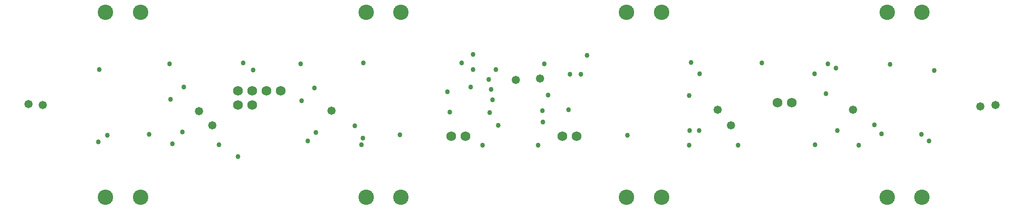
<source format=gbr>
G04*
G04 #@! TF.GenerationSoftware,Altium Limited,Altium Designer,24.10.1 (45)*
G04*
G04 Layer_Color=16711935*
%FSLAX25Y25*%
%MOIN*%
G70*
G04*
G04 #@! TF.SameCoordinates,3C39243C-CA6B-4253-8BA6-19DEFFBB94D5*
G04*
G04*
G04 #@! TF.FilePolarity,Negative*
G04*
G01*
G75*
%ADD28C,0.06800*%
%ADD29C,0.10800*%
%ADD30C,0.03400*%
%ADD31C,0.03398*%
%ADD32C,0.05800*%
D28*
X549500Y60500D02*
D03*
X539500D02*
D03*
X398500Y37000D02*
D03*
X388500D02*
D03*
X320500D02*
D03*
X310500D02*
D03*
X171000Y69000D02*
D03*
X191000D02*
D03*
X181000D02*
D03*
X161000D02*
D03*
Y59000D02*
D03*
X171000D02*
D03*
D29*
X640909Y124221D02*
D03*
X616500D02*
D03*
X640909Y-6095D02*
D03*
X616500D02*
D03*
X458079D02*
D03*
X433669D02*
D03*
X458079Y124221D02*
D03*
X433669D02*
D03*
X275244Y-6095D02*
D03*
X250835D02*
D03*
X275244Y124221D02*
D03*
X250835D02*
D03*
X92409Y-6095D02*
D03*
X68000D02*
D03*
X92409Y124221D02*
D03*
X68000D02*
D03*
D30*
X343500Y44500D02*
D03*
X406000Y94000D02*
D03*
X401500Y80500D02*
D03*
X394000D02*
D03*
X339500Y62500D02*
D03*
X342000Y84000D02*
D03*
X326000D02*
D03*
X484741Y80909D02*
D03*
X309500Y54000D02*
D03*
X113000Y88000D02*
D03*
X171500Y83500D02*
D03*
X248866Y88587D02*
D03*
X308056Y68373D02*
D03*
X528500Y88500D02*
D03*
X393000Y55500D02*
D03*
X374943Y46943D02*
D03*
X374500Y55000D02*
D03*
X581500Y41000D02*
D03*
X484460D02*
D03*
X478000D02*
D03*
X274457Y38000D02*
D03*
X215500Y39500D02*
D03*
X69181Y37606D02*
D03*
X565500Y81000D02*
D03*
X161000Y22500D02*
D03*
X164500Y88500D02*
D03*
X242961Y44299D02*
D03*
X122000Y40000D02*
D03*
X98709Y38394D02*
D03*
X115000Y31500D02*
D03*
X210000Y33500D02*
D03*
X247685Y30913D02*
D03*
X248472Y35638D02*
D03*
X649571Y83276D02*
D03*
X646028Y33669D02*
D03*
X62882Y32882D02*
D03*
X63669Y84063D02*
D03*
X147500Y31000D02*
D03*
X477500Y30500D02*
D03*
X618469Y87606D02*
D03*
X566000Y31000D02*
D03*
X596500Y30500D02*
D03*
X512000D02*
D03*
X378500Y66000D02*
D03*
X376000Y88000D02*
D03*
X371500Y30500D02*
D03*
X332500D02*
D03*
X318000Y88500D02*
D03*
X326000Y94500D02*
D03*
X337000Y77000D02*
D03*
X337500Y53500D02*
D03*
X338444Y70000D02*
D03*
X324213Y71500D02*
D03*
X640516Y38394D02*
D03*
X612563Y38787D02*
D03*
X575000Y88000D02*
D03*
X573500Y67000D02*
D03*
X580707Y84824D02*
D03*
X479000Y89000D02*
D03*
X434188Y37481D02*
D03*
X477500Y65500D02*
D03*
X205000Y88000D02*
D03*
X205500Y62000D02*
D03*
X214500Y71000D02*
D03*
X113500Y63000D02*
D03*
X123000Y71500D02*
D03*
D31*
X607445Y45087D02*
D03*
D32*
X507000Y44500D02*
D03*
X226500Y55000D02*
D03*
X143000Y44500D02*
D03*
X133500Y54500D02*
D03*
X373000Y77500D02*
D03*
X356000Y76500D02*
D03*
X497500Y55500D02*
D03*
X24000Y59043D02*
D03*
X13914Y59500D02*
D03*
X682000Y58000D02*
D03*
X692586Y59000D02*
D03*
X592500Y55500D02*
D03*
M02*

</source>
